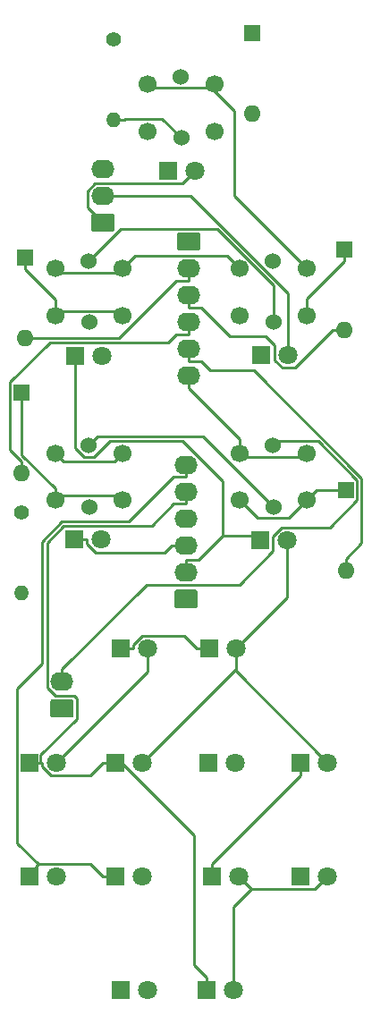
<source format=gbr>
G04 #@! TF.GenerationSoftware,KiCad,Pcbnew,(5.1.5-0-10_14)*
G04 #@! TF.CreationDate,2021-11-28T08:40:40+10:00*
G04 #@! TF.ProjectId,JETT_SELECT_Panel,4a455454-5f53-4454-9c45-43545f50616e,-*
G04 #@! TF.SameCoordinates,Original*
G04 #@! TF.FileFunction,Copper,L2,Bot*
G04 #@! TF.FilePolarity,Positive*
%FSLAX46Y46*%
G04 Gerber Fmt 4.6, Leading zero omitted, Abs format (unit mm)*
G04 Created by KiCad (PCBNEW (5.1.5-0-10_14)) date 2021-11-28 08:40:40*
%MOMM*%
%LPD*%
G04 APERTURE LIST*
%ADD10O,2.200000X1.740000*%
%ADD11C,0.100000*%
%ADD12C,1.524000*%
%ADD13C,1.700000*%
%ADD14O,1.400000X1.400000*%
%ADD15C,1.400000*%
%ADD16O,1.600000X1.600000*%
%ADD17R,1.600000X1.600000*%
%ADD18C,1.800000*%
%ADD19R,1.800000X1.800000*%
%ADD20C,0.228600*%
G04 APERTURE END LIST*
D10*
X103219000Y-82200800D03*
X103219000Y-79660800D03*
X103219000Y-77120800D03*
X103219000Y-74580800D03*
X103219000Y-72040800D03*
G04 #@! TA.AperFunction,ComponentPad*
D11*
G36*
X104093505Y-68632004D02*
G01*
X104117773Y-68635604D01*
X104141572Y-68641565D01*
X104164671Y-68649830D01*
X104186850Y-68660320D01*
X104207893Y-68672932D01*
X104227599Y-68687547D01*
X104245777Y-68704023D01*
X104262253Y-68722201D01*
X104276868Y-68741907D01*
X104289480Y-68762950D01*
X104299970Y-68785129D01*
X104308235Y-68808228D01*
X104314196Y-68832027D01*
X104317796Y-68856295D01*
X104319000Y-68880799D01*
X104319000Y-70120801D01*
X104317796Y-70145305D01*
X104314196Y-70169573D01*
X104308235Y-70193372D01*
X104299970Y-70216471D01*
X104289480Y-70238650D01*
X104276868Y-70259693D01*
X104262253Y-70279399D01*
X104245777Y-70297577D01*
X104227599Y-70314053D01*
X104207893Y-70328668D01*
X104186850Y-70341280D01*
X104164671Y-70351770D01*
X104141572Y-70360035D01*
X104117773Y-70365996D01*
X104093505Y-70369596D01*
X104069001Y-70370800D01*
X102368999Y-70370800D01*
X102344495Y-70369596D01*
X102320227Y-70365996D01*
X102296428Y-70360035D01*
X102273329Y-70351770D01*
X102251150Y-70341280D01*
X102230107Y-70328668D01*
X102210401Y-70314053D01*
X102192223Y-70297577D01*
X102175747Y-70279399D01*
X102161132Y-70259693D01*
X102148520Y-70238650D01*
X102138030Y-70216471D01*
X102129765Y-70193372D01*
X102123804Y-70169573D01*
X102120204Y-70145305D01*
X102119000Y-70120801D01*
X102119000Y-68880799D01*
X102120204Y-68856295D01*
X102123804Y-68832027D01*
X102129765Y-68808228D01*
X102138030Y-68785129D01*
X102148520Y-68762950D01*
X102161132Y-68741907D01*
X102175747Y-68722201D01*
X102192223Y-68704023D01*
X102210401Y-68687547D01*
X102230107Y-68672932D01*
X102251150Y-68660320D01*
X102273329Y-68649830D01*
X102296428Y-68641565D01*
X102320227Y-68635604D01*
X102344495Y-68632004D01*
X102368999Y-68630800D01*
X104069001Y-68630800D01*
X104093505Y-68632004D01*
G37*
G04 #@! TD.AperFunction*
D10*
X102970000Y-90633000D03*
X102970000Y-93173000D03*
X102970000Y-95713000D03*
X102970000Y-98253000D03*
X102970000Y-100793000D03*
G04 #@! TA.AperFunction,ComponentPad*
D11*
G36*
X103844505Y-102464204D02*
G01*
X103868773Y-102467804D01*
X103892572Y-102473765D01*
X103915671Y-102482030D01*
X103937850Y-102492520D01*
X103958893Y-102505132D01*
X103978599Y-102519747D01*
X103996777Y-102536223D01*
X104013253Y-102554401D01*
X104027868Y-102574107D01*
X104040480Y-102595150D01*
X104050970Y-102617329D01*
X104059235Y-102640428D01*
X104065196Y-102664227D01*
X104068796Y-102688495D01*
X104070000Y-102712999D01*
X104070000Y-103953001D01*
X104068796Y-103977505D01*
X104065196Y-104001773D01*
X104059235Y-104025572D01*
X104050970Y-104048671D01*
X104040480Y-104070850D01*
X104027868Y-104091893D01*
X104013253Y-104111599D01*
X103996777Y-104129777D01*
X103978599Y-104146253D01*
X103958893Y-104160868D01*
X103937850Y-104173480D01*
X103915671Y-104183970D01*
X103892572Y-104192235D01*
X103868773Y-104198196D01*
X103844505Y-104201796D01*
X103820001Y-104203000D01*
X102119999Y-104203000D01*
X102095495Y-104201796D01*
X102071227Y-104198196D01*
X102047428Y-104192235D01*
X102024329Y-104183970D01*
X102002150Y-104173480D01*
X101981107Y-104160868D01*
X101961401Y-104146253D01*
X101943223Y-104129777D01*
X101926747Y-104111599D01*
X101912132Y-104091893D01*
X101899520Y-104070850D01*
X101889030Y-104048671D01*
X101880765Y-104025572D01*
X101874804Y-104001773D01*
X101871204Y-103977505D01*
X101870000Y-103953001D01*
X101870000Y-102712999D01*
X101871204Y-102688495D01*
X101874804Y-102664227D01*
X101880765Y-102640428D01*
X101889030Y-102617329D01*
X101899520Y-102595150D01*
X101912132Y-102574107D01*
X101926747Y-102554401D01*
X101943223Y-102536223D01*
X101961401Y-102519747D01*
X101981107Y-102505132D01*
X102002150Y-102492520D01*
X102024329Y-102482030D01*
X102047428Y-102473765D01*
X102071227Y-102467804D01*
X102095495Y-102464204D01*
X102119999Y-102463000D01*
X103820001Y-102463000D01*
X103844505Y-102464204D01*
G37*
G04 #@! TD.AperFunction*
D10*
X95091200Y-62642800D03*
X95091200Y-65182800D03*
G04 #@! TA.AperFunction,ComponentPad*
D11*
G36*
X95965705Y-66854004D02*
G01*
X95989973Y-66857604D01*
X96013772Y-66863565D01*
X96036871Y-66871830D01*
X96059050Y-66882320D01*
X96080093Y-66894932D01*
X96099799Y-66909547D01*
X96117977Y-66926023D01*
X96134453Y-66944201D01*
X96149068Y-66963907D01*
X96161680Y-66984950D01*
X96172170Y-67007129D01*
X96180435Y-67030228D01*
X96186396Y-67054027D01*
X96189996Y-67078295D01*
X96191200Y-67102799D01*
X96191200Y-68342801D01*
X96189996Y-68367305D01*
X96186396Y-68391573D01*
X96180435Y-68415372D01*
X96172170Y-68438471D01*
X96161680Y-68460650D01*
X96149068Y-68481693D01*
X96134453Y-68501399D01*
X96117977Y-68519577D01*
X96099799Y-68536053D01*
X96080093Y-68550668D01*
X96059050Y-68563280D01*
X96036871Y-68573770D01*
X96013772Y-68582035D01*
X95989973Y-68587996D01*
X95965705Y-68591596D01*
X95941201Y-68592800D01*
X94241199Y-68592800D01*
X94216695Y-68591596D01*
X94192427Y-68587996D01*
X94168628Y-68582035D01*
X94145529Y-68573770D01*
X94123350Y-68563280D01*
X94102307Y-68550668D01*
X94082601Y-68536053D01*
X94064423Y-68519577D01*
X94047947Y-68501399D01*
X94033332Y-68481693D01*
X94020720Y-68460650D01*
X94010230Y-68438471D01*
X94001965Y-68415372D01*
X93996004Y-68391573D01*
X93992404Y-68367305D01*
X93991200Y-68342801D01*
X93991200Y-67102799D01*
X93992404Y-67078295D01*
X93996004Y-67054027D01*
X94001965Y-67030228D01*
X94010230Y-67007129D01*
X94020720Y-66984950D01*
X94033332Y-66963907D01*
X94047947Y-66944201D01*
X94064423Y-66926023D01*
X94082601Y-66909547D01*
X94102307Y-66894932D01*
X94123350Y-66882320D01*
X94145529Y-66871830D01*
X94168628Y-66863565D01*
X94192427Y-66857604D01*
X94216695Y-66854004D01*
X94241199Y-66852800D01*
X95941201Y-66852800D01*
X95965705Y-66854004D01*
G37*
G04 #@! TD.AperFunction*
D12*
X111200000Y-88822800D03*
X111240000Y-94613800D03*
D13*
X108065000Y-89533800D03*
X114415000Y-89533800D03*
X108065000Y-93978800D03*
X114415000Y-93978800D03*
D12*
X93739800Y-88822800D03*
X93779800Y-94613800D03*
D13*
X90604800Y-89533800D03*
X96954800Y-89533800D03*
X90604800Y-93978800D03*
X96954800Y-93978800D03*
D12*
X111200000Y-71362800D03*
X111240000Y-77153800D03*
D13*
X108065000Y-72073800D03*
X114415000Y-72073800D03*
X108065000Y-76518800D03*
X114415000Y-76518800D03*
D12*
X93739800Y-71362800D03*
X93779800Y-77153800D03*
D13*
X90604800Y-72073800D03*
X96954800Y-72073800D03*
X90604800Y-76518800D03*
X96954800Y-76518800D03*
D12*
X102470000Y-53902800D03*
X102510000Y-59693800D03*
D13*
X99335000Y-54613800D03*
X105685000Y-54613800D03*
X99335000Y-59058800D03*
X105685000Y-59058800D03*
D14*
X87399800Y-102772800D03*
D15*
X87399800Y-95152800D03*
D14*
X96107200Y-58007200D03*
D15*
X96107200Y-50387200D03*
D10*
X91217800Y-111157000D03*
G04 #@! TA.AperFunction,ComponentPad*
D11*
G36*
X92092305Y-112828204D02*
G01*
X92116573Y-112831804D01*
X92140372Y-112837765D01*
X92163471Y-112846030D01*
X92185650Y-112856520D01*
X92206693Y-112869132D01*
X92226399Y-112883747D01*
X92244577Y-112900223D01*
X92261053Y-112918401D01*
X92275668Y-112938107D01*
X92288280Y-112959150D01*
X92298770Y-112981329D01*
X92307035Y-113004428D01*
X92312996Y-113028227D01*
X92316596Y-113052495D01*
X92317800Y-113076999D01*
X92317800Y-114317001D01*
X92316596Y-114341505D01*
X92312996Y-114365773D01*
X92307035Y-114389572D01*
X92298770Y-114412671D01*
X92288280Y-114434850D01*
X92275668Y-114455893D01*
X92261053Y-114475599D01*
X92244577Y-114493777D01*
X92226399Y-114510253D01*
X92206693Y-114524868D01*
X92185650Y-114537480D01*
X92163471Y-114547970D01*
X92140372Y-114556235D01*
X92116573Y-114562196D01*
X92092305Y-114565796D01*
X92067801Y-114567000D01*
X90367799Y-114567000D01*
X90343295Y-114565796D01*
X90319027Y-114562196D01*
X90295228Y-114556235D01*
X90272129Y-114547970D01*
X90249950Y-114537480D01*
X90228907Y-114524868D01*
X90209201Y-114510253D01*
X90191023Y-114493777D01*
X90174547Y-114475599D01*
X90159932Y-114455893D01*
X90147320Y-114434850D01*
X90136830Y-114412671D01*
X90128565Y-114389572D01*
X90122604Y-114365773D01*
X90119004Y-114341505D01*
X90117800Y-114317001D01*
X90117800Y-113076999D01*
X90119004Y-113052495D01*
X90122604Y-113028227D01*
X90128565Y-113004428D01*
X90136830Y-112981329D01*
X90147320Y-112959150D01*
X90159932Y-112938107D01*
X90174547Y-112918401D01*
X90191023Y-112900223D01*
X90209201Y-112883747D01*
X90228907Y-112869132D01*
X90249950Y-112856520D01*
X90272129Y-112846030D01*
X90295228Y-112837765D01*
X90319027Y-112831804D01*
X90343295Y-112828204D01*
X90367799Y-112827000D01*
X92067801Y-112827000D01*
X92092305Y-112828204D01*
G37*
G04 #@! TD.AperFunction*
D16*
X87399800Y-91422800D03*
D17*
X87399800Y-83802800D03*
D16*
X109260000Y-57372800D03*
D17*
X109260000Y-49752800D03*
D16*
X118080000Y-100672800D03*
D17*
X118080000Y-93052800D03*
D16*
X117980000Y-77862800D03*
D17*
X117980000Y-70242800D03*
D16*
X87719800Y-78632800D03*
D17*
X87719800Y-71012800D03*
D18*
X116364000Y-129633000D03*
D19*
X113824000Y-129633000D03*
D18*
X116364000Y-118843000D03*
D19*
X113824000Y-118843000D03*
D18*
X107982000Y-129633000D03*
D19*
X105442000Y-129633000D03*
D18*
X107626000Y-118843000D03*
D19*
X105086000Y-118843000D03*
D18*
X112560000Y-97742800D03*
D19*
X110020000Y-97742800D03*
D18*
X112590000Y-80272800D03*
D19*
X110050000Y-80272800D03*
D18*
X107474000Y-140367000D03*
D19*
X104934000Y-140367000D03*
D18*
X98837800Y-129633000D03*
D19*
X96297800Y-129633000D03*
D18*
X98837800Y-118843000D03*
D19*
X96297800Y-118843000D03*
D18*
X107728000Y-108043000D03*
D19*
X105188000Y-108043000D03*
D18*
X99345800Y-140367000D03*
D19*
X96805800Y-140367000D03*
D18*
X90709800Y-129633000D03*
D19*
X88169800Y-129633000D03*
D18*
X90709800Y-118843000D03*
D19*
X88169800Y-118843000D03*
D18*
X99345800Y-108043000D03*
D19*
X96805800Y-108043000D03*
D18*
X94889800Y-97712800D03*
D19*
X92349800Y-97712800D03*
D18*
X94999800Y-80312800D03*
D19*
X92459800Y-80312800D03*
D18*
X103810000Y-62822800D03*
D19*
X101270000Y-62822800D03*
D20*
X103810000Y-62822800D02*
X102612600Y-64020200D01*
X102612600Y-64020200D02*
X94369700Y-64020200D01*
X94369700Y-64020200D02*
X93657400Y-64732500D01*
X93657400Y-64732500D02*
X93657400Y-66289000D01*
X93657400Y-66289000D02*
X95091200Y-67722800D01*
X99345800Y-108043000D02*
X99345800Y-110207000D01*
X99345800Y-110207000D02*
X90709800Y-118843000D01*
X102970000Y-100793000D02*
X102970000Y-99630600D01*
X106454000Y-97309000D02*
X104132400Y-99630600D01*
X104132400Y-99630600D02*
X102970000Y-99630600D01*
X110020000Y-97309000D02*
X106454000Y-97309000D01*
X92459800Y-80312800D02*
X92459800Y-89074500D01*
X92459800Y-89074500D02*
X93300300Y-89915000D01*
X93300300Y-89915000D02*
X94241800Y-89915000D01*
X94241800Y-89915000D02*
X95781600Y-88375200D01*
X95781600Y-88375200D02*
X102652400Y-88375200D01*
X102652400Y-88375200D02*
X106454000Y-92176800D01*
X106454000Y-92176800D02*
X106454000Y-97309000D01*
X110020000Y-97742800D02*
X110020000Y-97309000D01*
X102970000Y-98253000D02*
X101577600Y-98253000D01*
X92349800Y-97712800D02*
X93542200Y-97712800D01*
X93542200Y-97712800D02*
X93542200Y-98085400D01*
X93542200Y-98085400D02*
X94377200Y-98920400D01*
X94377200Y-98920400D02*
X100910200Y-98920400D01*
X100910200Y-98920400D02*
X101577600Y-98253000D01*
X105442000Y-128440600D02*
X113824000Y-120058600D01*
X113824000Y-120058600D02*
X113824000Y-118843000D01*
X105442000Y-129633000D02*
X105442000Y-128440600D01*
X105188000Y-108043000D02*
X103995600Y-108043000D01*
X96805800Y-108043000D02*
X97998200Y-108043000D01*
X97998200Y-108043000D02*
X97998200Y-107670400D01*
X97998200Y-107670400D02*
X98818000Y-106850600D01*
X98818000Y-106850600D02*
X102803200Y-106850600D01*
X102803200Y-106850600D02*
X103995600Y-108043000D01*
X102970000Y-93173000D02*
X102970000Y-94335400D01*
X89196500Y-118843000D02*
X89196500Y-118108800D01*
X89196500Y-118108800D02*
X92612600Y-114692700D01*
X92612600Y-114692700D02*
X92612600Y-112795700D01*
X92612600Y-112795700D02*
X92350400Y-112533500D01*
X92350400Y-112533500D02*
X90629600Y-112533500D01*
X90629600Y-112533500D02*
X89825300Y-111729200D01*
X89825300Y-111729200D02*
X89825300Y-98016700D01*
X89825300Y-98016700D02*
X91406000Y-96436000D01*
X91406000Y-96436000D02*
X99707000Y-96436000D01*
X99707000Y-96436000D02*
X101807600Y-94335400D01*
X101807600Y-94335400D02*
X102970000Y-94335400D01*
X89196500Y-118843000D02*
X89362200Y-118843000D01*
X88169800Y-118843000D02*
X89196500Y-118843000D01*
X96297800Y-118843000D02*
X95105400Y-118843000D01*
X89362200Y-118843000D02*
X89362200Y-119215600D01*
X89362200Y-119215600D02*
X90182000Y-120035400D01*
X90182000Y-120035400D02*
X93913000Y-120035400D01*
X93913000Y-120035400D02*
X95105400Y-118843000D01*
X104934000Y-139174600D02*
X103741600Y-137982200D01*
X103741600Y-137982200D02*
X103741600Y-125716100D01*
X103741600Y-125716100D02*
X96868500Y-118843000D01*
X104934000Y-140367000D02*
X104934000Y-139174600D01*
X96297800Y-118843000D02*
X96868500Y-118843000D01*
X88969400Y-128440600D02*
X93913000Y-128440600D01*
X93913000Y-128440600D02*
X95105400Y-129633000D01*
X88766000Y-129633000D02*
X88766000Y-128644000D01*
X88766000Y-128644000D02*
X88969400Y-128440600D01*
X88969400Y-128440600D02*
X86977300Y-126448500D01*
X86977300Y-126448500D02*
X86977300Y-111809700D01*
X86977300Y-111809700D02*
X89294000Y-109493000D01*
X89294000Y-109493000D02*
X89294000Y-97957300D01*
X89294000Y-97957300D02*
X91222100Y-96029200D01*
X91222100Y-96029200D02*
X97573800Y-96029200D01*
X97573800Y-96029200D02*
X101807600Y-91795400D01*
X101807600Y-91795400D02*
X102970000Y-91795400D01*
X96297800Y-129633000D02*
X95105400Y-129633000D01*
X102970000Y-90633000D02*
X102970000Y-91795400D01*
X88169800Y-129633000D02*
X88766000Y-129633000D01*
X112590000Y-80272800D02*
X112590000Y-74406400D01*
X112590000Y-74406400D02*
X103366400Y-65182800D01*
X103366400Y-65182800D02*
X95091200Y-65182800D01*
X107600900Y-110079900D02*
X107728000Y-109952800D01*
X107728000Y-109952800D02*
X107728000Y-108043000D01*
X98837800Y-118843000D02*
X107600900Y-110079900D01*
X107600900Y-110079900D02*
X116364000Y-118843000D01*
X107728000Y-108043000D02*
X112560000Y-103211000D01*
X112560000Y-103211000D02*
X112560000Y-97742800D01*
X109174500Y-130825500D02*
X115171500Y-130825500D01*
X115171500Y-130825500D02*
X116364000Y-129633000D01*
X107982000Y-129633000D02*
X109174500Y-130825500D01*
X107474000Y-140367000D02*
X107474000Y-132526000D01*
X107474000Y-132526000D02*
X109174500Y-130825500D01*
X90604800Y-76082600D02*
X90604800Y-76518800D01*
X87719800Y-72105200D02*
X90604800Y-74990200D01*
X90604800Y-74990200D02*
X90604800Y-76082600D01*
X90604800Y-76082600D02*
X96518600Y-76082600D01*
X96518600Y-76082600D02*
X96954800Y-76518800D01*
X87719800Y-71012800D02*
X87719800Y-72105200D01*
X117980000Y-70242800D02*
X117980000Y-71335200D01*
X117980000Y-71335200D02*
X114415000Y-74900200D01*
X114415000Y-74900200D02*
X114415000Y-76518800D01*
X114415000Y-93978800D02*
X112725200Y-95668600D01*
X112725200Y-95668600D02*
X109754800Y-95668600D01*
X109754800Y-95668600D02*
X108065000Y-93978800D01*
X118080000Y-93052800D02*
X115341000Y-93052800D01*
X115341000Y-93052800D02*
X114415000Y-93978800D01*
X90604800Y-93503300D02*
X90604800Y-93978800D01*
X87399800Y-83802800D02*
X87399800Y-89686900D01*
X87399800Y-89686900D02*
X90604800Y-92891900D01*
X90604800Y-92891900D02*
X90604800Y-93503300D01*
X96954800Y-93978800D02*
X96479300Y-93503300D01*
X96479300Y-93503300D02*
X90604800Y-93503300D01*
X91217800Y-111157000D02*
X91217800Y-109994600D01*
X91217800Y-109994600D02*
X99245300Y-101967100D01*
X99245300Y-101967100D02*
X108009300Y-101967100D01*
X108009300Y-101967100D02*
X111212500Y-98763900D01*
X111212500Y-98763900D02*
X111212500Y-97404000D01*
X111212500Y-97404000D02*
X112066200Y-96550300D01*
X112066200Y-96550300D02*
X116619000Y-96550300D01*
X116619000Y-96550300D02*
X119172500Y-93996800D01*
X119172500Y-93996800D02*
X119172500Y-92086800D01*
X119172500Y-92086800D02*
X115475900Y-88390200D01*
X115475900Y-88390200D02*
X111632600Y-88390200D01*
X111632600Y-88390200D02*
X111200000Y-88822800D01*
X96107200Y-58007200D02*
X97099600Y-58007200D01*
X97099600Y-58007200D02*
X97235800Y-57871000D01*
X97235800Y-57871000D02*
X100687200Y-57871000D01*
X100687200Y-57871000D02*
X102510000Y-59693800D01*
X93739800Y-71362800D02*
X96781500Y-68321100D01*
X96781500Y-68321100D02*
X105929500Y-68321100D01*
X105929500Y-68321100D02*
X111240000Y-73631600D01*
X111240000Y-73631600D02*
X111240000Y-77153800D01*
X111240000Y-94613800D02*
X104594700Y-87968500D01*
X104594700Y-87968500D02*
X94594100Y-87968500D01*
X94594100Y-87968500D02*
X93739800Y-88822800D01*
X103219000Y-72040800D02*
X103219000Y-73203200D01*
X103219000Y-73203200D02*
X102056600Y-73203200D01*
X102056600Y-73203200D02*
X96627000Y-78632800D01*
X96627000Y-78632800D02*
X87719800Y-78632800D01*
X103219000Y-74580800D02*
X103219000Y-75743200D01*
X117980000Y-77862800D02*
X116887600Y-77862800D01*
X116887600Y-77862800D02*
X113285100Y-81465300D01*
X113285100Y-81465300D02*
X112092100Y-81465300D01*
X112092100Y-81465300D02*
X111354200Y-80727400D01*
X111354200Y-80727400D02*
X111354200Y-79335700D01*
X111354200Y-79335700D02*
X110507100Y-78488600D01*
X110507100Y-78488600D02*
X107126800Y-78488600D01*
X107126800Y-78488600D02*
X104381400Y-75743200D01*
X104381400Y-75743200D02*
X103219000Y-75743200D01*
X103219000Y-79660800D02*
X103219000Y-80823200D01*
X118080000Y-100672800D02*
X118080000Y-99580400D01*
X118080000Y-99580400D02*
X119600800Y-98059600D01*
X119600800Y-98059600D02*
X119600800Y-91939800D01*
X119600800Y-91939800D02*
X109370600Y-81709600D01*
X109370600Y-81709600D02*
X105267800Y-81709600D01*
X105267800Y-81709600D02*
X104381400Y-80823200D01*
X104381400Y-80823200D02*
X103219000Y-80823200D01*
X103219000Y-77120800D02*
X103219000Y-78283200D01*
X87399800Y-91422800D02*
X87399800Y-90330400D01*
X87399800Y-90330400D02*
X86307300Y-89237900D01*
X86307300Y-89237900D02*
X86307300Y-82812400D01*
X86307300Y-82812400D02*
X90080000Y-79039700D01*
X90080000Y-79039700D02*
X101300100Y-79039700D01*
X101300100Y-79039700D02*
X102056600Y-78283200D01*
X102056600Y-78283200D02*
X103219000Y-78283200D01*
X96954800Y-72073800D02*
X96601900Y-72426700D01*
X96601900Y-72426700D02*
X90957700Y-72426700D01*
X90957700Y-72426700D02*
X90604800Y-72073800D01*
X108065000Y-72073800D02*
X106857900Y-70866700D01*
X106857900Y-70866700D02*
X98161900Y-70866700D01*
X98161900Y-70866700D02*
X96954800Y-72073800D01*
X103219000Y-82200800D02*
X103219000Y-83363200D01*
X103219000Y-83363200D02*
X108065000Y-88209200D01*
X108065000Y-88209200D02*
X108065000Y-89533800D01*
X114415000Y-89533800D02*
X114062100Y-89886700D01*
X114062100Y-89886700D02*
X108417900Y-89886700D01*
X108417900Y-89886700D02*
X108065000Y-89533800D01*
X105336000Y-54962800D02*
X99684000Y-54962800D01*
X99684000Y-54962800D02*
X99335000Y-54613800D01*
X105685000Y-54613800D02*
X105336000Y-54962800D01*
X105336000Y-54962800D02*
X107510700Y-57137500D01*
X107510700Y-57137500D02*
X107510700Y-65169500D01*
X107510700Y-65169500D02*
X114415000Y-72073800D01*
X90604800Y-89533800D02*
X91392700Y-90321700D01*
X91392700Y-90321700D02*
X96166900Y-90321700D01*
X96166900Y-90321700D02*
X96954800Y-89533800D01*
M02*

</source>
